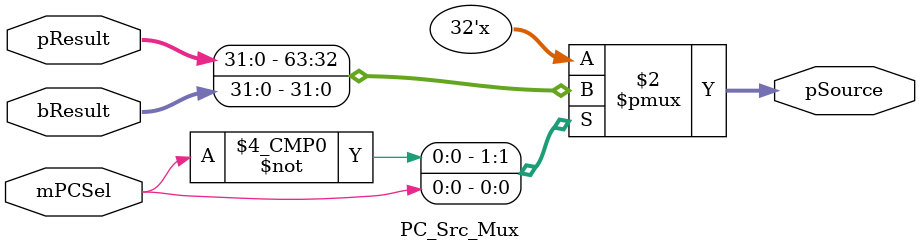
<source format=v>
module PC_Src_Mux(
	input mPCSel,
	input [31:0]pResult, bResult,
	output reg [31:0]pSource
);

//2 - Declaracion de cables y registros

//3 - Cuerpo del modulo

//Bloque secuencial
always @*
begin
	case(mPCSel)
	1'b0:
		pSource = pResult;
	1'b1:
		pSource = bResult;
	default:
		pSource = 32'bz;
	endcase
end

endmodule

</source>
